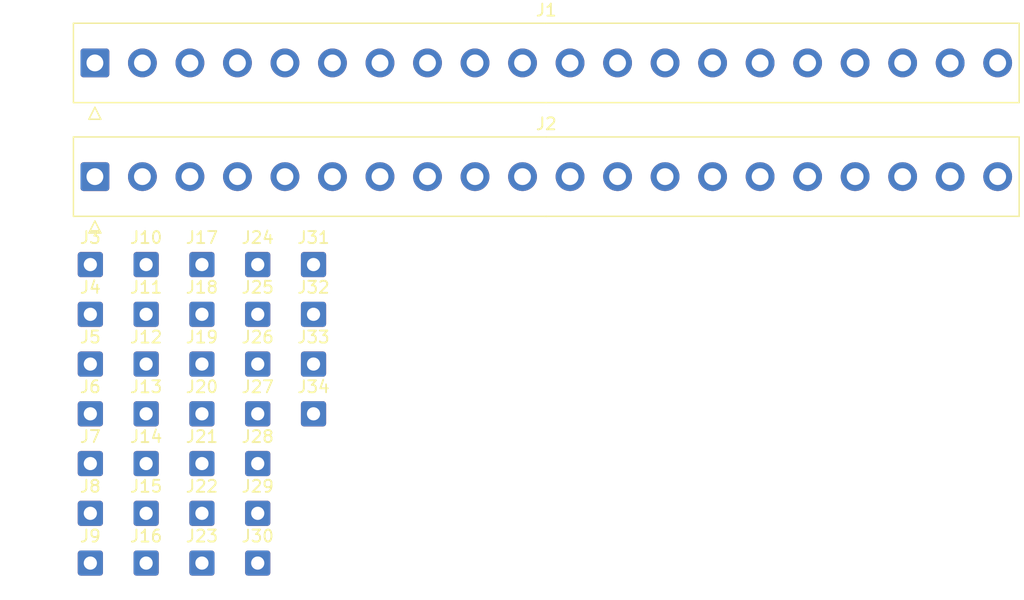
<source format=kicad_pcb>
(kicad_pcb (version 20240108) (generator "pcbnew") (generator_version "8.0")
  (layers (0 "F.Cu" signal) (31 "B.Cu" signal) (34 "B.Paste" user) (35 "F.Paste" user) (36 "B.SilkS" user "B.Silkscreen") (37 "F.SilkS" user "F.Silkscreen") (38 "B.Mask" user) (39 "F.Mask" user) (44 "Edge.Cuts" user))
  (net 0 "")
  (net 1 "B13")
  (net 2 "B14")
  (net 3 "A10")
  (net 4 "A11")
  (net 5 "B8")
  (net 6 "A12")
  (net 7 "A9")
  (net 8 "G")
  (net 9 "B9")
  (net 10 "B4")
  (net 11 "A8")
  (net 12 "B15")
  (net 13 "5V")
  (net 14 "B7")
  (net 15 "A15")
  (net 16 "3.3")
  (net 17 "B12")
  (net 18 "B3")
  (net 19 "B6")
  (net 20 "B5")
  (net 21 "B10")
  (net 22 "VB")
  (net 23 "A7")
  (net 24 "A3")
  (net 25 "B11")
  (net 26 "A0")
  (net 27 "A2")
  (net 28 "A1")
  (net 29 "C15")
  (net 30 "A5")
  (net 31 "B1")
  (net 32 "C14")
  (net 33 "B0")
  (net 34 "C13")
  (net 35 "A4")
  (net 36 "R")
  (net 37 "A6")
  (footprint "Connector_Wire:SolderWire-0.5sqmm_1x01_D0.9mm_OD2.1mm" (layer "F.Cu") (at 116.38 106.785)
    (property "Reference" "J6" (at 0 -2.25 0) (layer "F.SilkS"))
    (property "Value" "Conn_01x01_Socket")
    (pad "1" thru_hole roundrect (at 0 0) (size 2.1 2.1) (drill 1.1) (layers "*.Cu" "*.Mask") (roundrect_rratio 0.119048) (net 24 "A3"))
  )
  (footprint "Connector_Wire:SolderWire-0.5sqmm_1x01_D0.9mm_OD2.1mm" (layer "F.Cu") (at 116.38 110.935)
    (property "Reference" "J7" (at 0 -2.25 0) (layer "F.SilkS"))
    (property "Value" "Conn_01x01_Socket")
    (pad "1" thru_hole roundrect (at 0 0) (size 2.1 2.1) (drill 1.1) (layers "*.Cu" "*.Mask") (roundrect_rratio 0.119048) (net 8 "G"))
  )
  (footprint "Connector_Wire:SolderWire-0.5sqmm_1x01_D0.9mm_OD2.1mm" (layer "F.Cu") (at 125.68 115.085)
    (property "Reference" "J22" (at 0 -2.25 0) (layer "F.SilkS"))
    (property "Value" "Conn_01x01_Socket")
    (pad "1" thru_hole roundrect (at 0 0) (size 2.1 2.1) (drill 1.1) (layers "*.Cu" "*.Mask") (roundrect_rratio 0.119048) (net 20 "B5"))
  )
  (footprint "Connector_Wire:SolderWire-0.5sqmm_1x01_D0.9mm_OD2.1mm" (layer "F.Cu") (at 134.98 106.785)
    (property "Reference" "J34" (at 0 -2.25 0) (layer "F.SilkS"))
    (property "Value" "Conn_01x01_Socket")
    (pad "1" thru_hole roundrect (at 0 0) (size 2.1 2.1) (drill 1.1) (layers "*.Cu" "*.Mask") (roundrect_rratio 0.119048) (net 8 "G"))
  )
  (footprint "Connector_Wire:SolderWire-0.5sqmm_1x01_D0.9mm_OD2.1mm" (layer "F.Cu") (at 116.38 115.085)
    (property "Reference" "J8" (at 0 -2.25 0) (layer "F.SilkS"))
    (property "Value" "Conn_01x01_Socket")
    (pad "1" thru_hole roundrect (at 0 0) (size 2.1 2.1) (drill 1.1) (layers "*.Cu" "*.Mask") (roundrect_rratio 0.119048) (net 35 "A4"))
  )
  (footprint "Connector_Wire:SolderWire-0.5sqmm_1x01_D0.9mm_OD2.1mm" (layer "F.Cu") (at 121.03 110.935)
    (property "Reference" "J14" (at 0 -2.25 0) (layer "F.SilkS"))
    (property "Value" "Conn_01x01_Socket")
    (pad "1" thru_hole roundrect (at 0 0) (size 2.1 2.1) (drill 1.1) (layers "*.Cu" "*.Mask") (roundrect_rratio 0.119048) (net 23 "A7"))
  )
  (footprint "Connector_TE-Connectivity:TE_2-826576-0_1x20_P3.96mm_Vertical" (layer "F.Cu") (at 116.76 77.515)
    (property "Reference" "J1" (at 37.62 -4.4 0) (layer "F.SilkS"))
    (property "Value" "Conn_01x20_Socket")
    (fp_line (start -1.79 -3.31) (end -1.79 3.31) (stroke (width 0.12)) (layer "F.SilkS"))
    (fp_line (start -1.79 3.31) (end 37.62 3.31) (stroke (width 0.12)) (layer "F.SilkS"))
    (fp_line (start -0.5 4.7) (end 0 3.7) (stroke (width 0.12)) (layer "F.SilkS"))
    (fp_line (start 0 3.7) (end 0.5 4.7) (stroke (width 0.12)) (layer "F.SilkS"))
    (fp_line (start 0.5 4.7) (end -0.5 4.7) (stroke (width 0.12)) (layer "F.SilkS"))
    (fp_line (start 37.62 -3.31) (end -1.79 -3.31) (stroke (width 0.12)) (layer "F.SilkS"))
    (fp_line (start 37.62 -3.31) (end 77.03 -3.31) (stroke (width 0.12)) (layer "F.SilkS"))
    (fp_line (start 77.03 -3.31) (end 77.03 3.31) (stroke (width 0.12)) (layer "F.SilkS"))
    (fp_line (start 77.03 3.31) (end 37.62 3.31) (stroke (width 0.12)) (layer "F.SilkS"))
    (pad "1" thru_hole roundrect (at 0 0) (size 2.4 2.4) (drill 1.4) (layers "*.Cu" "*.Mask") (roundrect_rratio 0.104167) (net 17 "B12"))
    (pad "2" thru_hole circle (at 3.96 0) (size 2.4 2.4) (drill 1.4) (layers "*.Cu" "*.Mask") (net 1 "B13"))
    (pad "3" thru_hole circle (at 7.92 0) (size 2.4 2.4) (drill 1.4) (layers "*.Cu" "*.Mask") (net 2 "B14"))
    (pad "4" thru_hole circle (at 11.88 0) (size 2.4 2.4) (drill 1.4) (layers "*.Cu" "*.Mask") (net 12 "B15"))
    (pad "5" thru_hole circle (at 15.84 0) (size 2.4 2.4) (drill 1.4) (layers "*.Cu" "*.Mask") (net 11 "A8"))
    (pad "6" thru_hole circle (at 19.8 0) (size 2.4 2.4) (drill 1.4) (layers "*.Cu" "*.Mask") (net 7 "A9"))
    (pad "7" thru_hole circle (at 23.76 0) (size 2.4 2.4) (drill 1.4) (layers "*.Cu" "*.Mask") (net 3 "A10"))
    (pad "8" thru_hole circle (at 27.72 0) (size 2.4 2.4) (drill 1.4) (layers "*.Cu" "*.Mask") (net 4 "A11"))
    (pad "9" thru_hole circle (at 31.68 0) (size 2.4 2.4) (drill 1.4) (layers "*.Cu" "*.Mask") (net 6 "A12"))
    (pad "10" thru_hole circle (at 35.64 0) (size 2.4 2.4) (drill 1.4) (layers "*.Cu" "*.Mask") (net 15 "A15"))
    (pad "11" thru_hole circle (at 39.6 0) (size 2.4 2.4) (drill 1.4) (layers "*.Cu" "*.Mask") (net 18 "B3"))
    (pad "12" thru_hole circle (at 43.56 0) (size 2.4 2.4) (drill 1.4) (layers "*.Cu" "*.Mask") (net 10 "B4"))
    (pad "13" thru_hole circle (at 47.52 0) (size 2.4 2.4) (drill 1.4) (layers "*.Cu" "*.Mask") (net 20 "B5"))
    (pad "14" thru_hole circle (at 51.48 0) (size 2.4 2.4) (drill 1.4) (layers "*.Cu" "*.Mask") (net 19 "B6"))
    (pad "15" thru_hole circle (at 55.44 0) (size 2.4 2.4) (drill 1.4) (layers "*.Cu" "*.Mask") (net 14 "B7"))
    (pad "16" thru_hole circle (at 59.4 0) (size 2.4 2.4) (drill 1.4) (layers "*.Cu" "*.Mask") (net 5 "B8"))
    (pad "17" thru_hole circle (at 63.36 0) (size 2.4 2.4) (drill 1.4) (layers "*.Cu" "*.Mask") (net 9 "B9"))
    (pad "18" thru_hole circle (at 67.32 0) (size 2.4 2.4) (drill 1.4) (layers "*.Cu" "*.Mask") (net 13 "5V"))
    (pad "19" thru_hole circle (at 71.28 0) (size 2.4 2.4) (drill 1.4) (layers "*.Cu" "*.Mask") (net 8 "G"))
    (pad "20" thru_hole circle (at 75.24 0) (size 2.4 2.4) (drill 1.4) (layers "*.Cu" "*.Mask") (net 16 "3.3"))
  )
  (footprint "Connector_Wire:SolderWire-0.5sqmm_1x01_D0.9mm_OD2.1mm" (layer "F.Cu") (at 130.33 106.785)
    (property "Reference" "J27" (at 0 -2.25 0) (layer "F.SilkS"))
    (property "Value" "Conn_01x01_Socket")
    (pad "1" thru_hole roundrect (at 0 0) (size 2.1 2.1) (drill 1.1) (layers "*.Cu" "*.Mask") (roundrect_rratio 0.119048) (net 8 "G"))
  )
  (footprint "Connector_Wire:SolderWire-0.5sqmm_1x01_D0.9mm_OD2.1mm" (layer "F.Cu") (at 130.33 119.235)
    (property "Reference" "J30" (at 0 -2.25 0) (layer "F.SilkS"))
    (property "Value" "Conn_01x01_Socket")
    (pad "1" thru_hole roundrect (at 0 0) (size 2.1 2.1) (drill 1.1) (layers "*.Cu" "*.Mask") (roundrect_rratio 0.119048) (net 33 "B0"))
  )
  (footprint "Connector_Wire:SolderWire-0.5sqmm_1x01_D0.9mm_OD2.1mm" (layer "F.Cu") (at 121.03 106.785)
    (property "Reference" "J13" (at 0 -2.25 0) (layer "F.SilkS"))
    (property "Value" "Conn_01x01_Socket")
    (pad "1" thru_hole roundrect (at 0 0) (size 2.1 2.1) (drill 1.1) (layers "*.Cu" "*.Mask") (roundrect_rratio 0.119048) (net 8 "G"))
  )
  (footprint "Connector_Wire:SolderWire-0.5sqmm_1x01_D0.9mm_OD2.1mm" (layer "F.Cu") (at 116.38 102.635)
    (property "Reference" "J5" (at 0 -2.25 0) (layer "F.SilkS"))
    (property "Value" "Conn_01x01_Socket")
    (pad "1" thru_hole roundrect (at 0 0) (size 2.1 2.1) (drill 1.1) (layers "*.Cu" "*.Mask") (roundrect_rratio 0.119048) (net 8 "G"))
  )
  (footprint "Connector_Wire:SolderWire-0.5sqmm_1x01_D0.9mm_OD2.1mm" (layer "F.Cu") (at 121.03 115.085)
    (property "Reference" "J15" (at 0 -2.25 0) (layer "F.SilkS"))
    (property "Value" "Conn_01x01_Socket")
    (pad "1" thru_hole roundrect (at 0 0) (size 2.1 2.1) (drill 1.1) (layers "*.Cu" "*.Mask") (roundrect_rratio 0.119048) (net 8 "G"))
  )
  (footprint "Connector_Wire:SolderWire-0.5sqmm_1x01_D0.9mm_OD2.1mm" (layer "F.Cu") (at 125.68 110.935)
    (property "Reference" "J21" (at 0 -2.25 0) (layer "F.SilkS"))
    (property "Value" "Conn_01x01_Socket")
    (pad "1" thru_hole roundrect (at 0 0) (size 2.1 2.1) (drill 1.1) (layers "*.Cu" "*.Mask") (roundrect_rratio 0.119048) (net 8 "G"))
  )
  (footprint "Connector_Wire:SolderWire-0.5sqmm_1x01_D0.9mm_OD2.1mm" (layer "F.Cu") (at 130.33 98.485)
    (property "Reference" "J25" (at 0 -2.25 0) (layer "F.SilkS"))
    (property "Value" "Conn_01x01_Socket")
    (pad "1" thru_hole roundrect (at 0 0) (size 2.1 2.1) (drill 1.1) (layers "*.Cu" "*.Mask") (roundrect_rratio 0.119048) (net 8 "G"))
  )
  (footprint "Connector_Wire:SolderWire-0.5sqmm_1x01_D0.9mm_OD2.1mm" (layer "F.Cu") (at 130.33 110.935)
    (property "Reference" "J28" (at 0 -2.25 0) (layer "F.SilkS"))
    (property "Value" "Conn_01x01_Socket")
    (pad "1" thru_hole roundrect (at 0 0) (size 2.1 2.1) (drill 1.1) (layers "*.Cu" "*.Mask") (roundrect_rratio 0.119048) (net 5 "B8"))
  )
  (footprint "Connector_Wire:SolderWire-0.5sqmm_1x01_D0.9mm_OD2.1mm" (layer "F.Cu") (at 121.03 102.635)
    (property "Reference" "J12" (at 0 -2.25 0) (layer "F.SilkS"))
    (property "Value" "Conn_01x01_Socket")
    (pad "1" thru_hole roundrect (at 0 0) (size 2.1 2.1) (drill 1.1) (layers "*.Cu" "*.Mask") (roundrect_rratio 0.119048) (net 37 "A6"))
  )
  (footprint "Connector_Wire:SolderWire-0.5sqmm_1x01_D0.9mm_OD2.1mm" (layer "F.Cu") (at 125.68 98.485)
    (property "Reference" "J18" (at 0 -2.25 0) (layer "F.SilkS"))
    (property "Value" "Conn_01x01_Socket")
    (pad "1" thru_hole roundrect (at 0 0) (size 2.1 2.1) (drill 1.1) (layers "*.Cu" "*.Mask") (roundrect_rratio 0.119048) (net 18 "B3"))
  )
  (footprint "Connector_Wire:SolderWire-0.5sqmm_1x01_D0.9mm_OD2.1mm" (layer "F.Cu") (at 130.33 115.085)
    (property "Reference" "J29" (at 0 -2.25 0) (layer "F.SilkS"))
    (property "Value" "Conn_01x01_Socket")
    (pad "1" thru_hole roundrect (at 0 0) (size 2.1 2.1) (drill 1.1) (layers "*.Cu" "*.Mask") (roundrect_rratio 0.119048) (net 8 "G"))
  )
  (footprint "Connector_TE-Connectivity:TE_2-826576-0_1x20_P3.96mm_Vertical" (layer "F.Cu") (at 116.76 87)
    (property "Reference" "J2" (at 37.62 -4.4 0) (layer "F.SilkS"))
    (property "Value" "Conn_01x20_Socket")
    (fp_line (start -1.79 -3.31) (end -1.79 3.31) (stroke (width 0.12)) (layer "F.SilkS"))
    (fp_line (start -1.79 3.31) (end 37.62 3.31) (stroke (width 0.12)) (layer "F.SilkS"))
    (fp_line (start -0.5 4.7) (end 0 3.7) (stroke (width 0.12)) (layer "F.SilkS"))
    (fp_line (start 0 3.7) (end 0.5 4.7) (stroke (width 0.12)) (layer "F.SilkS"))
    (fp_line (start 0.5 4.7) (end -0.5 4.7) (stroke (width 0.12)) (layer "F.SilkS"))
    (fp_line (start 37.62 -3.31) (end -1.79 -3.31) (stroke (width 0.12)) (layer "F.SilkS"))
    (fp_line (start 37.62 -3.31) (end 77.03 -3.31) (stroke (width 0.12)) (layer "F.SilkS"))
    (fp_line (start 77.03 -3.31) (end 77.03 3.31) (stroke (width 0.12)) (layer "F.SilkS"))
    (fp_line (start 77.03 3.31) (end 37.62 3.31) (stroke (width 0.12)) (layer "F.SilkS"))
    (pad "1" thru_hole roundrect (at 0 0) (size 2.4 2.4) (drill 1.4) (layers "*.Cu" "*.Mask") (roundrect_rratio 0.104167) (net 22 "VB"))
    (pad "2" thru_hole circle (at 3.96 0) (size 2.4 2.4) (drill 1.4) (layers "*.Cu" "*.Mask") (net 34 "C13"))
    (pad "3" thru_hole circle (at 7.92 0) (size 2.4 2.4) (drill 1.4) (layers "*.Cu" "*.Mask") (net 32 "C14"))
    (pad "4" thru_hole circle (at 11.88 0) (size 2.4 2.4) (drill 1.4) (layers "*.Cu" "*.Mask") (net 29 "C15"))
    (pad "5" thru_hole circle (at 15.84 0) (size 2.4 2.4) (drill 1.4) (layers "*.Cu" "*.Mask") (net 26 "A0"))
    (pad "6" thru_hole circle (at 19.8 0) (size 2.4 2.4) (drill 1.4) (layers "*.Cu" "*.Mask") (net 28 "A1"))
    (pad "7" thru_hole circle (at 23.76 0) (size 2.4 2.4) (drill 1.4) (layers "*.Cu" "*.Mask") (net 27 "A2"))
    (pad "8" thru_hole circle (at 27.72 0) (size 2.4 2.4) (drill 1.4) (layers "*.Cu" "*.Mask") (net 24 "A3"))
    (pad "9" thru_hole circle (at 31.68 0) (size 2.4 2.4) (drill 1.4) (layers "*.Cu" "*.Mask") (net 35 "A4"))
    (pad "10" thru_hole circle (at 35.64 0) (size 2.4 2.4) (drill 1.4) (layers "*.Cu" "*.Mask") (net 30 "A5"))
    (pad "11" thru_hole circle (at 39.6 0) (size 2.4 2.4) (drill 1.4) (layers "*.Cu" "*.Mask") (net 37 "A6"))
    (pad "12" thru_hole circle (at 43.56 0) (size 2.4 2.4) (drill 1.4) (layers "*.Cu" "*.Mask") (net 23 "A7"))
    (pad "13" thru_hole circle (at 47.52 0) (size 2.4 2.4) (drill 1.4) (layers "*.Cu" "*.Mask") (net 33 "B0"))
    (pad "14" thru_hole circle (at 51.48 0) (size 2.4 2.4) (drill 1.4) (layers "*.Cu" "*.Mask") (net 31 "B1"))
    (pad "15" thru_hole circle (at 55.44 0) (size 2.4 2.4) (drill 1.4) (layers "*.Cu" "*.Mask") (net 21 "B10"))
    (pad "16" thru_hole circle (at 59.4 0) (size 2.4 2.4) (drill 1.4) (layers "*.Cu" "*.Mask") (net 25 "B11"))
    (pad "17" thru_hole circle (at 63.36 0) (size 2.4 2.4) (drill 1.4) (layers "*.Cu" "*.Mask") (net 36 "R"))
    (pad "18" thru_hole circle (at 67.32 0) (size 2.4 2.4) (drill 1.4) (layers "*.Cu" "*.Mask") (net 16 "3.3"))
    (pad "19" thru_hole circle (at 71.28 0) (size 2.4 2.4) (drill 1.4) (layers "*.Cu" "*.Mask") (net 8 "G"))
    (pad "20" thru_hole circle (at 75.24 0) (size 2.4 2.4) (drill 1.4) (layers "*.Cu" "*.Mask") (net 8 "G"))
  )
  (footprint "Connector_Wire:SolderWire-0.5sqmm_1x01_D0.9mm_OD2.1mm" (layer "F.Cu") (at 130.33 102.635)
    (property "Reference" "J26" (at 0 -2.25 0) (layer "F.SilkS"))
    (property "Value" "Conn_01x01_Socket")
    (pad "1" thru_hole roundrect (at 0 0) (size 2.1 2.1) (drill 1.1) (layers "*.Cu" "*.Mask") (roundrect_rratio 0.119048) (net 14 "B7"))
  )
  (footprint "Connector_Wire:SolderWire-0.5sqmm_1x01_D0.9mm_OD2.1mm" (layer "F.Cu") (at 121.03 119.235)
    (property "Reference" "J16" (at 0 -2.25 0) (layer "F.SilkS"))
    (property "Value" "Conn_01x01_Socket")
    (pad "1" thru_hole roundrect (at 0 0) (size 2.1 2.1) (drill 1.1) (layers "*.Cu" "*.Mask") (roundrect_rratio 0.119048) (net 15 "A15"))
  )
  (footprint "Connector_Wire:SolderWire-0.5sqmm_1x01_D0.9mm_OD2.1mm" (layer "F.Cu") (at 125.68 119.235)
    (property "Reference" "J23" (at 0 -2.25 0) (layer "F.SilkS"))
    (property "Value" "Conn_01x01_Socket")
    (pad "1" thru_hole roundrect (at 0 0) (size 2.1 2.1) (drill 1.1) (layers "*.Cu" "*.Mask") (roundrect_rratio 0.119048) (net 8 "G"))
  )
  (footprint "Connector_Wire:SolderWire-0.5sqmm_1x01_D0.9mm_OD2.1mm" (layer "F.Cu") (at 116.38 94.335)
    (property "Reference" "J3" (at 0 -2.25 0) (layer "F.SilkS"))
    (property "Value" "Conn_01x01_Socket")
    (pad "1" thru_hole roundrect (at 0 0) (size 2.1 2.1) (drill 1.1) (layers "*.Cu" "*.Mask") (roundrect_rratio 0.119048) (net 8 "G"))
  )
  (footprint "Connector_Wire:SolderWire-0.5sqmm_1x01_D0.9mm_OD2.1mm" (layer "F.Cu") (at 134.98 98.485)
    (property "Reference" "J32" (at 0 -2.25 0) (layer "F.SilkS"))
    (property "Value" "Conn_01x01_Socket")
    (pad "1" thru_hole roundrect (at 0 0) (size 2.1 2.1) (drill 1.1) (layers "*.Cu" "*.Mask") (roundrect_rratio 0.119048) (net 13 "5V"))
  )
  (footprint "Connector_Wire:SolderWire-0.5sqmm_1x01_D0.9mm_OD2.1mm" (layer "F.Cu") (at 134.98 102.635)
    (property "Reference" "J33" (at 0 -2.25 0) (layer "F.SilkS"))
    (property "Value" "Conn_01x01_Socket")
    (pad "1" thru_hole roundrect (at 0 0) (size 2.1 2.1) (drill 1.1) (layers "*.Cu" "*.Mask") (roundrect_rratio 0.119048) (net 31 "B1"))
  )
  (footprint "Connector_Wire:SolderWire-0.5sqmm_1x01_D0.9mm_OD2.1mm" (layer "F.Cu") (at 121.03 98.485)
    (property "Reference" "J11" (at 0 -2.25 0) (layer "F.SilkS"))
    (property "Value" "Conn_01x01_Socket")
    (pad "1" thru_hole roundrect (at 0 0) (size 2.1 2.1) (drill 1.1) (layers "*.Cu" "*.Mask") (roundrect_rratio 0.119048) (net 8 "G"))
  )
  (footprint "Connector_Wire:SolderWire-0.5sqmm_1x01_D0.9mm_OD2.1mm" (layer "F.Cu") (at 121.03 94.335)
    (property "Reference" "J10" (at 0 -2.25 0) (layer "F.SilkS"))
    (property "Value" "Conn_01x01_Socket")
    (pad "1" thru_hole roundrect (at 0 0) (size 2.1 2.1) (drill 1.1) (layers "*.Cu" "*.Mask") (roundrect_rratio 0.119048) (net 30 "A5"))
  )
  (footprint "Connector_Wire:SolderWire-0.5sqmm_1x01_D0.9mm_OD2.1mm" (layer "F.Cu") (at 130.33 94.335)
    (property "Reference" "J24" (at 0 -2.25 0) (layer "F.SilkS"))
    (property "Value" "Conn_01x01_Socket")
    (pad "1" thru_hole roundrect (at 0 0) (size 2.1 2.1) (drill 1.1) (layers "*.Cu" "*.Mask") (roundrect_rratio 0.119048) (net 19 "B6"))
  )
  (footprint "Connector_Wire:SolderWire-0.5sqmm_1x01_D0.9mm_OD2.1mm" (layer "F.Cu") (at 125.68 106.785)
    (property "Reference" "J20" (at 0 -2.25 0) (layer "F.SilkS"))
    (property "Value" "Conn_01x01_Socket")
    (pad "1" thru_hole roundrect (at 0 0) (size 2.1 2.1) (drill 1.1) (layers "*.Cu" "*.Mask") (roundrect_rratio 0.119048) (net 10 "B4"))
  )
  (footprint "Connector_Wire:SolderWire-0.5sqmm_1x01_D0.9mm_OD2.1mm" (layer "F.Cu") (at 134.98 94.335)
    (property "Reference" "J31" (at 0 -2.25 0) (layer "F.SilkS"))
    (property "Value" "Conn_01x01_Socket")
    (pad "1" thru_hole roundrect (at 0 0) (size 2.1 2.1) (drill 1.1) (layers "*.Cu" "*.Mask") (roundrect_rratio 0.119048) (net 13 "5V"))
  )
  (footprint "Connector_Wire:SolderWire-0.5sqmm_1x01_D0.9mm_OD2.1mm" (layer "F.Cu") (at 125.68 94.335)
    (property "Reference" "J17" (at 0 -2.25 0) (layer "F.SilkS"))
    (property "Value" "Conn_01x01_Socket")
    (pad "1" thru_hole roundrect (at 0 0) (size 2.1 2.1) (drill 1.1) (layers "*.Cu" "*.Mask") (roundrect_rratio 0.119048) (net 8 "G"))
  )
  (footprint "Connector_Wire:SolderWire-0.5sqmm_1x01_D0.9mm_OD2.1mm" (layer "F.Cu") (at 125.68 102.635)
    (property "Reference" "J19" (at 0 -2.25 0) (layer "F.SilkS"))
    (property "Value" "Conn_01x01_Socket")
    (pad "1" thru_hole roundrect (at 0 0) (size 2.1 2.1) (drill 1.1) (layers "*.Cu" "*.Mask") (roundrect_rratio 0.119048) (net 8 "G"))
  )
  (footprint "Connector_Wire:SolderWire-0.5sqmm_1x01_D0.9mm_OD2.1mm" (layer "F.Cu") (at 116.38 98.485)
    (property "Reference" "J4" (at 0 -2.25 0) (layer "F.SilkS"))
    (property "Value" "Conn_01x01_Socket")
    (pad "1" thru_hole roundrect (at 0 0) (size 2.1 2.1) (drill 1.1) (layers "*.Cu" "*.Mask") (roundrect_rratio 0.119048) (net 27 "A2"))
  )
  (footprint "Connector_Wire:SolderWire-0.5sqmm_1x01_D0.9mm_OD2.1mm" (layer "F.Cu") (at 116.38 119.235)
    (property "Reference" "J9" (at 0 -2.25 0) (layer "F.SilkS"))
    (property "Value" "Conn_01x01_Socket")
    (pad "1" thru_hole roundrect (at 0 0) (size 2.1 2.1) (drill 1.1) (layers "*.Cu" "*.Mask") (roundrect_rratio 0.119048) (net 8 "G"))
  )
)
</source>
